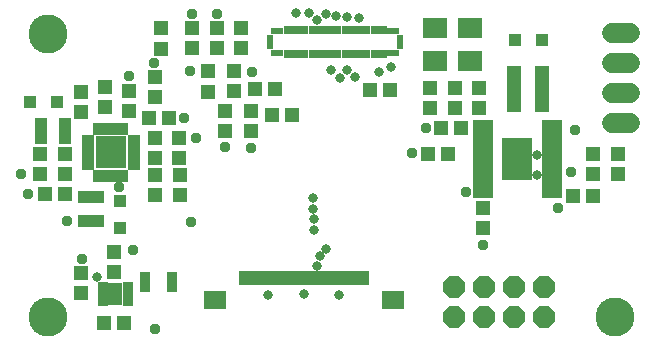
<source format=gbr>
G04 EAGLE Gerber RS-274X export*
G75*
%MOMM*%
%FSLAX34Y34*%
%LPD*%
%INSoldermask Top*%
%IPPOS*%
%AMOC8*
5,1,8,0,0,1.08239X$1,22.5*%
G01*
%ADD10C,3.303200*%
%ADD11R,1.103200X0.503200*%
%ADD12R,0.503200X1.103200*%
%ADD13R,2.653200X2.753200*%
%ADD14R,1.678200X0.653200*%
%ADD15R,2.603200X3.603200*%
%ADD16R,0.383200X0.670200*%
%ADD17R,0.503200X1.203200*%
%ADD18R,1.003200X0.553200*%
%ADD19R,1.853200X1.503200*%
%ADD20R,0.903200X0.503200*%
%ADD21R,1.203200X1.903200*%
%ADD22R,1.203200X1.303200*%
%ADD23R,1.303200X1.203200*%
%ADD24R,0.903200X1.703200*%
%ADD25R,1.003200X2.203200*%
%ADD26R,2.203200X1.003200*%
%ADD27R,1.183200X3.903200*%
%ADD28R,1.003200X1.103200*%
%ADD29R,1.103200X1.003200*%
%ADD30C,1.727200*%
%ADD31P,2.034460X8X22.500000*%
%ADD32R,2.003200X1.803200*%
%ADD33C,0.809600*%
%ADD34C,0.959600*%


D10*
X30000Y270000D03*
X510000Y30000D03*
X30000Y30000D03*
D11*
X63300Y182000D03*
X63300Y177000D03*
X63300Y172000D03*
X63300Y167000D03*
X63300Y162000D03*
X63300Y157000D03*
D12*
X70300Y150000D03*
X75300Y150000D03*
X80300Y150000D03*
X85300Y150000D03*
X90300Y150000D03*
X95300Y150000D03*
D11*
X102300Y157000D03*
X102300Y162000D03*
X102300Y167000D03*
X102300Y172000D03*
X102300Y177000D03*
X102300Y182000D03*
D12*
X95300Y189000D03*
X90300Y189000D03*
X85300Y189000D03*
X80300Y189000D03*
X75300Y189000D03*
X70300Y189000D03*
D13*
X82800Y169500D03*
D14*
X397720Y193250D03*
X397720Y186750D03*
X397720Y180250D03*
X397720Y173750D03*
X397720Y167250D03*
X397720Y160750D03*
X397720Y154250D03*
X397720Y147750D03*
X397720Y141250D03*
X397720Y134750D03*
X456480Y134750D03*
X456480Y141250D03*
X456480Y147750D03*
X456480Y154250D03*
X456480Y160750D03*
X456480Y167250D03*
X456480Y173750D03*
X456480Y180250D03*
X456480Y186750D03*
X456480Y193250D03*
D15*
X427100Y164000D03*
D16*
X231100Y253260D03*
X231100Y273340D03*
X234600Y253260D03*
X234600Y273340D03*
X238100Y253260D03*
X238100Y273340D03*
X241600Y253260D03*
X241600Y273340D03*
X245100Y253260D03*
X245100Y273340D03*
X248600Y253260D03*
X248600Y273340D03*
X252100Y253260D03*
X252100Y273340D03*
X255600Y253260D03*
X255600Y273340D03*
X259100Y253260D03*
X259100Y273340D03*
X262600Y253260D03*
X262600Y273340D03*
X266100Y253260D03*
X266100Y273340D03*
X269600Y253260D03*
X269600Y273340D03*
X273100Y253260D03*
X273100Y273340D03*
X276600Y253260D03*
X276600Y273340D03*
X280100Y253260D03*
X280100Y273340D03*
X283600Y253260D03*
X283600Y273340D03*
X287100Y253260D03*
X287100Y273340D03*
X290600Y253260D03*
X290600Y273340D03*
X294100Y253260D03*
X294100Y273340D03*
X297600Y253260D03*
X297600Y273340D03*
X301100Y253260D03*
X301100Y273340D03*
X304600Y253260D03*
X304600Y273340D03*
X308100Y253260D03*
X308100Y273340D03*
X311600Y253260D03*
X311600Y273340D03*
X315100Y253260D03*
X315100Y273340D03*
D17*
X218000Y263300D03*
X328200Y263300D03*
D18*
X224100Y272650D03*
X322100Y272650D03*
X322100Y253950D03*
X224100Y253950D03*
D17*
X193900Y63300D03*
X198900Y63300D03*
X203900Y63300D03*
X208900Y63300D03*
X213900Y63300D03*
X218900Y63300D03*
X223900Y63300D03*
X228900Y63300D03*
X233900Y63300D03*
X238900Y63300D03*
X243900Y63300D03*
X248900Y63300D03*
X253900Y63300D03*
X258900Y63300D03*
X263900Y63300D03*
X268900Y63300D03*
X273900Y63300D03*
X278900Y63300D03*
X283900Y63300D03*
X288900Y63300D03*
X293900Y63300D03*
X298900Y63300D03*
D19*
X171150Y44300D03*
X321650Y44300D03*
D20*
X76300Y56900D03*
X76300Y51900D03*
X76300Y46900D03*
X76300Y41900D03*
X97300Y41900D03*
X97300Y46900D03*
X97300Y51900D03*
X97300Y56900D03*
D21*
X86800Y49400D03*
D22*
X86000Y68500D03*
X86000Y85500D03*
X77500Y25000D03*
X94500Y25000D03*
D23*
X58000Y67500D03*
X58000Y50500D03*
D22*
X151900Y257700D03*
X151900Y274700D03*
X172600Y257800D03*
X172600Y274800D03*
D23*
X193500Y258000D03*
X193500Y275000D03*
D24*
X112100Y59600D03*
X135100Y59600D03*
D25*
X24000Y188000D03*
X44000Y188000D03*
D23*
X44000Y168500D03*
X44000Y151500D03*
D22*
X23000Y168500D03*
X23000Y151500D03*
D23*
X44500Y134000D03*
X27500Y134000D03*
D22*
X204800Y222900D03*
X221800Y222900D03*
X165700Y221100D03*
X165700Y238100D03*
X187400Y221300D03*
X187400Y238300D03*
X58000Y220500D03*
X58000Y203500D03*
X98600Y204500D03*
X98600Y221500D03*
D23*
X78200Y224600D03*
X78200Y207600D03*
X120000Y216500D03*
X120000Y233500D03*
X132500Y199000D03*
X115500Y199000D03*
D22*
X141000Y181500D03*
X141000Y164500D03*
D26*
X66300Y131400D03*
X66300Y111400D03*
D22*
X219200Y201600D03*
X236200Y201600D03*
D23*
X120000Y181500D03*
X120000Y164500D03*
D22*
X120300Y150400D03*
X120300Y133400D03*
D23*
X141200Y150600D03*
X141200Y133600D03*
D22*
X201300Y204600D03*
X201300Y187600D03*
X179700Y205000D03*
X179700Y188000D03*
D27*
X447650Y223500D03*
X423950Y223500D03*
D28*
X14500Y212000D03*
X37500Y212000D03*
D29*
X90500Y105800D03*
X90500Y128800D03*
D28*
X424800Y264800D03*
X447800Y264800D03*
D22*
X474500Y133000D03*
X491500Y133000D03*
X491000Y151500D03*
X491000Y168500D03*
D23*
X512000Y168500D03*
X512000Y151500D03*
X379500Y190000D03*
X362500Y190000D03*
X398000Y122500D03*
X398000Y105500D03*
D22*
X368400Y168300D03*
X351400Y168300D03*
X353000Y207500D03*
X353000Y224500D03*
X374000Y207500D03*
X374000Y224500D03*
X395000Y207500D03*
X395000Y224500D03*
X319200Y222800D03*
X302200Y222800D03*
D30*
X507480Y194100D02*
X522720Y194100D01*
X522720Y219500D02*
X507480Y219500D01*
X507480Y244900D02*
X522720Y244900D01*
X522720Y270300D02*
X507480Y270300D01*
D31*
X373800Y30400D03*
X373800Y55800D03*
X399200Y30400D03*
X399200Y55800D03*
X424600Y30400D03*
X424600Y55800D03*
X450000Y30400D03*
X450000Y55800D03*
D32*
X386800Y246800D03*
X386800Y274800D03*
X357100Y246900D03*
X357100Y274900D03*
D23*
X125500Y274500D03*
X125500Y257500D03*
D33*
X255400Y104300D03*
X254200Y130600D03*
X265600Y88100D03*
X246500Y49300D03*
X269400Y239600D03*
X289400Y233700D03*
X171200Y44300D03*
X321600Y44300D03*
X276500Y49200D03*
X216500Y49100D03*
D34*
X427100Y173900D03*
X427100Y153900D03*
X350000Y190000D03*
X373900Y224500D03*
X352900Y224400D03*
X395000Y224700D03*
X338200Y168800D03*
X398000Y91200D03*
X101800Y86800D03*
X13300Y134000D03*
X7200Y151700D03*
X179600Y174300D03*
X201300Y173000D03*
X155400Y181500D03*
X145200Y199000D03*
X150200Y238100D03*
X151900Y286800D03*
X86700Y49400D03*
X58400Y79400D03*
X172600Y287000D03*
X202300Y237300D03*
X98600Y233900D03*
X76000Y177000D03*
X90000Y177000D03*
X76000Y162000D03*
X90000Y162000D03*
X119500Y245300D03*
X46200Y111200D03*
X461500Y122700D03*
X383300Y136200D03*
X357000Y275000D03*
X387000Y275000D03*
D33*
X293000Y283500D03*
D34*
X44500Y134000D03*
X24000Y188000D03*
X120000Y20000D03*
X86000Y68500D03*
X150600Y110600D03*
X151900Y257700D03*
X90000Y140000D03*
X78200Y224600D03*
X165700Y221100D03*
X58000Y203500D03*
X78200Y207600D03*
X120000Y216500D03*
X179700Y205000D03*
X120300Y133400D03*
X473000Y153000D03*
D33*
X310100Y237900D03*
X443800Y167178D03*
X319900Y242000D03*
X443656Y150300D03*
X257508Y281700D03*
X254500Y121500D03*
X254735Y112896D03*
X265307Y287000D03*
X276796Y232700D03*
X273911Y285000D03*
X283100Y239600D03*
X283100Y283800D03*
X257600Y73300D03*
X239996Y287974D03*
X259795Y81695D03*
X250600Y287300D03*
D34*
X475600Y188400D03*
X423950Y223500D03*
D33*
X71500Y64500D03*
M02*

</source>
